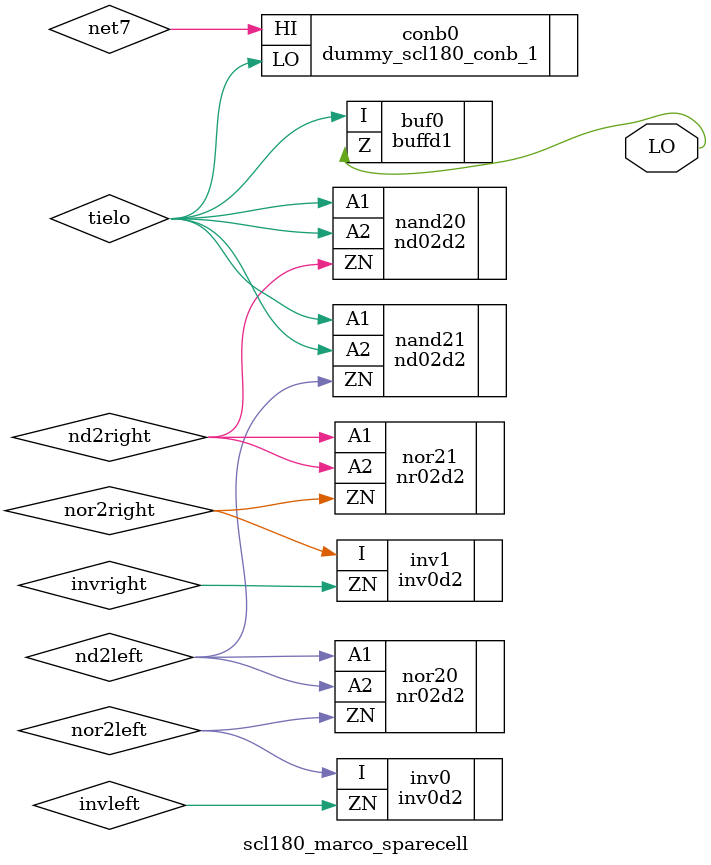
<source format=v>
`default_nettype wire
`celldefine
module scl180_marco_sparecell (
   
`ifdef USE_POWER_PINS
    	VPWR,
	VGND,
    `endif
LO
);

    // Module ports
    output LO  ;

`ifdef USE_POWER_PINS
    input VPWR;
    input VGND;
`endif
    // Local signals
    wire nor2left ;
    wire invleft  ;
    wire nor2right;
    wire invright ;
    wire nd2left  ;
    wire nd2right ;
    wire tielo    ;
    wire net7     ;

    //                       Name    Output         Other arguments
    inv0d2 inv0   (.I(nor2left) , .ZN(invleft));
    inv0d2 inv1   (.I(nor2right), .ZN(invright));
    nr02d2 nor20  (.A2(nd2left)  , .A1(nd2left), .ZN(nor2left));
    nr02d2 nor21  (.A2(nd2right) , .A1(nd2right), .ZN(nor2right));
    nd02d2 nand20 (.A2(tielo)    , .A1(tielo), .ZN(nd2right));
    nd02d2 nand21 (.A2(tielo)    , .A1(tielo), .ZN(nd2left));
    dummy_scl180_conb_1  conb0  (.LO(tielo)   , .HI(net7)  );
    buffd1 buf0   (.Z(LO) , .I(tielo) );                                                                

endmodule
`endcelldefine



</source>
